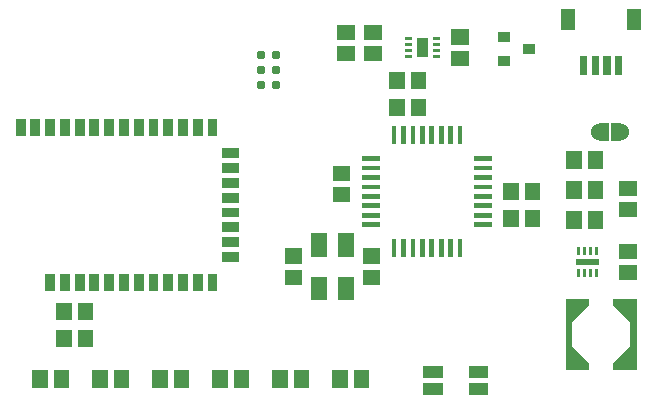
<source format=gbr>
G04 start of page 11 for group -4015 idx -4015 *
G04 Title: (unknown), toppaste *
G04 Creator: pcb 20140316 *
G04 CreationDate: Sun 30 Dec 2018 07:46:55 PM GMT UTC *
G04 For: railfan *
G04 Format: Gerber/RS-274X *
G04 PCB-Dimensions (mil): 2360.00 1310.00 *
G04 PCB-Coordinate-Origin: lower left *
%MOIN*%
%FSLAX25Y25*%
%LNTOPPASTE*%
%ADD104C,0.0310*%
%ADD103R,0.0330X0.0330*%
%ADD102R,0.0413X0.0413*%
%ADD101R,0.0354X0.0354*%
%ADD100R,0.0157X0.0157*%
%ADD99C,0.0001*%
%ADD98R,0.0230X0.0230*%
%ADD97R,0.0197X0.0197*%
%ADD96R,0.0098X0.0098*%
%ADD95R,0.0340X0.0340*%
%ADD94R,0.0300X0.0300*%
%ADD93C,0.0600*%
%ADD92R,0.0472X0.0472*%
%ADD91R,0.0236X0.0236*%
%ADD90R,0.0512X0.0512*%
G54D90*X19543Y7893D02*Y7107D01*
X12457Y7893D02*Y7107D01*
X79543Y7893D02*Y7107D01*
X72457Y7893D02*Y7107D01*
X39543Y7893D02*Y7107D01*
X32457Y7893D02*Y7107D01*
X59543Y7893D02*Y7107D01*
X52457Y7893D02*Y7107D01*
X119543Y7893D02*Y7107D01*
X112457Y7893D02*Y7107D01*
X99543Y7893D02*Y7107D01*
X92457Y7893D02*Y7107D01*
X20457Y30393D02*Y29607D01*
X27543Y30393D02*Y29607D01*
X20457Y21393D02*Y20607D01*
X27543Y21393D02*Y20607D01*
G54D91*X205406Y113870D02*Y110130D01*
X201469Y113870D02*Y110130D01*
X197531Y113870D02*Y110130D01*
X193594Y113870D02*Y110130D01*
G54D92*X210524Y128437D02*Y126075D01*
X188476Y128437D02*Y126075D01*
G54D93*X205900Y90000D03*
G54D94*X204400Y91500D02*Y88500D01*
G54D93*X199100Y90000D03*
G54D94*X200600Y91500D02*Y88500D01*
G54D95*X167000Y121400D02*X167600D01*
X167000Y113600D02*X167600D01*
X175200Y117500D02*X175800D01*
G54D90*X197543Y60893D02*Y60107D01*
X190457Y60893D02*Y60107D01*
Y80893D02*Y80107D01*
X197543Y80893D02*Y80107D01*
X190457Y70893D02*Y70107D01*
X197543Y70893D02*Y70107D01*
X208107Y63957D02*X208893D01*
X208107Y71043D02*X208893D01*
G54D96*X197953Y51028D02*Y49256D01*
X195984Y51028D02*Y49256D01*
X194016Y51028D02*Y49256D01*
X192047Y51028D02*Y49256D01*
Y43744D02*Y41972D01*
X194016Y43744D02*Y41972D01*
X195984Y43744D02*Y41972D01*
X197953Y43744D02*Y41972D01*
G54D97*X192047Y46500D02*X197953D01*
G54D90*X208107Y42957D02*X208893D01*
X208107Y50043D02*X208893D01*
G54D98*X210200Y33200D02*Y11800D01*
X204600Y33200D02*X210200D01*
X204600Y11800D02*X210200D01*
X188800Y33200D02*Y11800D01*
Y33200D02*X194400D01*
X188800Y11800D02*X194400D01*
G54D99*G36*
X205577Y34171D02*X211171Y28577D01*
X209050Y26456D01*
X203456Y32050D01*
X205577Y34171D01*
G37*
G36*
X203456Y12950D02*X209050Y18544D01*
X211171Y16423D01*
X205577Y10829D01*
X203456Y12950D01*
G37*
G36*
X187829Y28577D02*X193423Y34171D01*
X195544Y32050D01*
X189950Y26456D01*
X187829Y28577D01*
G37*
G36*
X189950Y18544D02*X195544Y12950D01*
X193423Y10829D01*
X187829Y16423D01*
X189950Y18544D01*
G37*
G36*
X207250Y33850D02*Y30250D01*
X210850D01*
Y33850D01*
X207250D01*
G37*
G36*
Y14750D02*Y11150D01*
X210850D01*
Y14750D01*
X207250D01*
G37*
G36*
X188150Y33850D02*Y30250D01*
X191750D01*
Y33850D01*
X188150D01*
G37*
G36*
Y14750D02*Y11150D01*
X191750D01*
Y14750D01*
X188150D01*
G37*
G54D100*X120508Y81023D02*X124934D01*
X120508Y77874D02*X124934D01*
X120508Y74724D02*X124934D01*
X120508Y71575D02*X124934D01*
X120508Y68425D02*X124934D01*
X120508Y65275D02*X124934D01*
X120508Y62126D02*X124934D01*
X120508Y58976D02*X124934D01*
X130477Y53434D02*Y49008D01*
X133626Y53434D02*Y49008D01*
X136776Y53434D02*Y49008D01*
X139925Y53434D02*Y49008D01*
X143075Y53434D02*Y49008D01*
X146225Y53434D02*Y49008D01*
X149374Y53434D02*Y49008D01*
X152524Y53434D02*Y49008D01*
X158066Y58977D02*X162492D01*
X158066Y62126D02*X162492D01*
X158066Y65276D02*X162492D01*
X158066Y68425D02*X162492D01*
X158066Y71575D02*X162492D01*
X158066Y74725D02*X162492D01*
X158066Y77874D02*X162492D01*
X158066Y81024D02*X162492D01*
X152523Y90992D02*Y86566D01*
X149374Y90992D02*Y86566D01*
X146224Y90992D02*Y86566D01*
X143075Y90992D02*Y86566D01*
X139925Y90992D02*Y86566D01*
X136775Y90992D02*Y86566D01*
X133626Y90992D02*Y86566D01*
X130476Y90992D02*Y86566D01*
G54D90*X112607Y68957D02*X113393D01*
X112607Y76043D02*X113393D01*
X169457Y61393D02*Y60607D01*
X176543Y61393D02*Y60607D01*
X169457Y70393D02*Y69607D01*
X176543Y70393D02*Y69607D01*
X122607Y41457D02*X123393D01*
X122607Y48543D02*X123393D01*
X152107Y114457D02*X152893D01*
X152107Y121543D02*X152893D01*
X138543Y98393D02*Y97607D01*
X131457Y98393D02*Y97607D01*
X138543Y107393D02*Y106607D01*
X131457Y107393D02*Y106607D01*
G54D96*X134783Y120953D02*X135965D01*
X134783Y118984D02*X135965D01*
X134783Y117016D02*X135965D01*
X134783Y115047D02*X135965D01*
X144035D02*X145217D01*
X144035Y117016D02*X145217D01*
X144035Y118984D02*X145217D01*
X144035Y120953D02*X145217D01*
G54D101*X140000Y119378D02*Y116622D01*
G54D102*X142240Y9854D02*X144602D01*
X142240Y4146D02*X144602D01*
X157398D02*X159760D01*
X157398Y9854D02*X159760D01*
G54D90*X105472Y53661D02*Y50906D01*
Y39094D02*Y36339D01*
X114528Y39094D02*Y36339D01*
Y53661D02*Y50906D01*
X96607Y48543D02*X97393D01*
X96607Y41457D02*X97393D01*
G54D103*X15854Y40902D02*Y38500D01*
X20776Y40902D02*Y38500D01*
X25697Y40902D02*Y38500D01*
X30618Y40902D02*Y38500D01*
X35539Y40902D02*Y38500D01*
X40461Y40902D02*Y38500D01*
X45382Y40902D02*Y38500D01*
X50303Y40902D02*Y38500D01*
X55224Y40902D02*Y38500D01*
X60146Y40902D02*Y38500D01*
X65067Y40902D02*Y38500D01*
X69988Y40902D02*Y38500D01*
X74850Y48276D02*X77248D01*
X74850Y53197D02*X77248D01*
X74850Y58118D02*X77248D01*
X74850Y63039D02*X77248D01*
X74850Y67961D02*X77248D01*
X74850Y72882D02*X77248D01*
X74850Y77803D02*X77248D01*
X74850Y82724D02*X77248D01*
X69988Y92500D02*Y90098D01*
X65067Y92500D02*Y90098D01*
X60146Y92500D02*Y90098D01*
X55224Y92500D02*Y90098D01*
X50303Y92500D02*Y90098D01*
X45382Y92500D02*Y90098D01*
X40461Y92500D02*Y90098D01*
X35539Y92500D02*Y90098D01*
X30618Y92500D02*Y90098D01*
X25697Y92500D02*Y90098D01*
X20776Y92500D02*Y90098D01*
X15854Y92500D02*Y90098D01*
X10933Y92500D02*Y90098D01*
X6012Y92500D02*Y90098D01*
G54D90*X123107Y115957D02*X123893D01*
X123107Y123043D02*X123893D01*
X114107Y115957D02*X114893D01*
X114107Y123043D02*X114893D01*
G54D104*X86000Y115500D03*
X91000D03*
X86000Y110500D03*
X91000D03*
X86000Y105500D03*
X91000D03*
M02*

</source>
